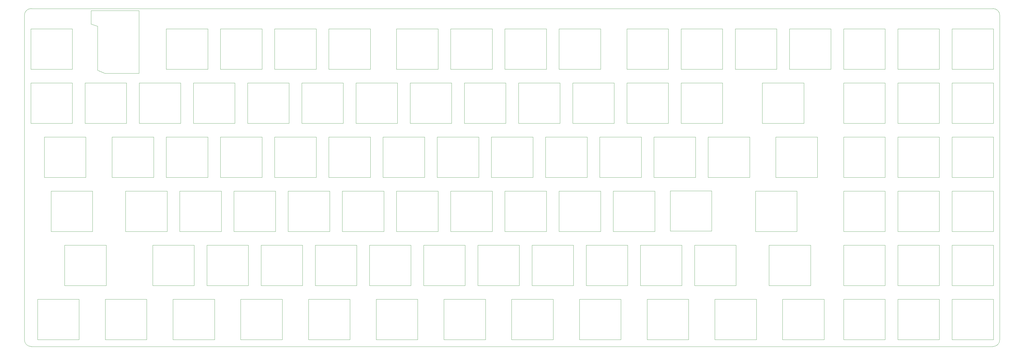
<source format=gbr>
%TF.GenerationSoftware,KiCad,Pcbnew,7.0.5*%
%TF.CreationDate,2023-06-08T14:54:28+02:00*%
%TF.ProjectId,verasity_PCB,76657261-7369-4747-995f-5043422e6b69,rev?*%
%TF.SameCoordinates,Original*%
%TF.FileFunction,Profile,NP*%
%FSLAX46Y46*%
G04 Gerber Fmt 4.6, Leading zero omitted, Abs format (unit mm)*
G04 Created by KiCad (PCBNEW 7.0.5) date 2023-06-08 14:54:28*
%MOMM*%
%LPD*%
G01*
G04 APERTURE LIST*
%TA.AperFunction,Profile*%
%ADD10C,0.010000*%
%TD*%
%TA.AperFunction,Profile*%
%ADD11C,0.050000*%
%TD*%
G04 APERTURE END LIST*
D10*
X328612500Y-9525000D02*
X-9525000Y-9525000D01*
X330993800Y107156250D02*
G75*
G03*
X328612500Y109537500I-2381300J-50D01*
G01*
X328612500Y-9524950D02*
G75*
G03*
X330993750Y-7143750I0J2381250D01*
G01*
X330993750Y107156250D02*
X330994000Y-7143750D01*
X-11906250Y-7143750D02*
X-11906250Y107156250D01*
X-9525000Y109537500D02*
X328612500Y109537500D01*
X-9525000Y109537500D02*
G75*
G03*
X-11906250Y107156250I0J-2381250D01*
G01*
X-11906250Y-7143750D02*
G75*
G03*
X-9525000Y-9525000I2381250J0D01*
G01*
%TO.C,U6*%
X76043485Y102349800D02*
X76043485Y88149800D01*
X76043485Y88149800D02*
X90643485Y88149800D01*
X90643485Y102349800D02*
X76043485Y102349800D01*
X90643485Y88149800D02*
X90643485Y102349800D01*
%TO.C,U24*%
X85568485Y83299800D02*
X85568485Y69099800D01*
X85568485Y69099800D02*
X100168485Y69099800D01*
X100168485Y83299800D02*
X85568485Y83299800D01*
X100168485Y69099800D02*
X100168485Y83299800D01*
%TO.C,U63*%
X195105985Y45199800D02*
X195105985Y30999800D01*
X195105985Y30999800D02*
X209705985Y30999800D01*
X209705985Y45199800D02*
X195105985Y45199800D01*
X209705985Y30999800D02*
X209705985Y45199800D01*
%TO.C,U79*%
X295118485Y26149800D02*
X295118485Y11949800D01*
X295118485Y11949800D02*
X309718485Y11949800D01*
X309718485Y26149800D02*
X295118485Y26149800D01*
X309718485Y11949800D02*
X309718485Y26149800D01*
%TO.C,U76*%
X204630985Y26149800D02*
X204630985Y11949800D01*
X204630985Y11949800D02*
X219230985Y11949800D01*
X219230985Y26149800D02*
X204630985Y26149800D01*
X219230985Y11949800D02*
X219230985Y26149800D01*
%TO.C,U82*%
X40324735Y7099800D02*
X40324735Y-7100200D01*
X40324735Y-7100200D02*
X54924735Y-7100200D01*
X54924735Y7099800D02*
X40324735Y7099800D01*
X54924735Y-7100200D02*
X54924735Y7099800D01*
%TO.C,U44*%
X152243485Y64249800D02*
X152243485Y50049800D01*
X152243485Y50049800D02*
X166843485Y50049800D01*
X166843485Y64249800D02*
X152243485Y64249800D01*
X166843485Y50049800D02*
X166843485Y64249800D01*
%TO.C,U90*%
X207012235Y7099800D02*
X207012235Y-7100200D01*
X207012235Y-7100200D02*
X221612235Y-7100200D01*
X221612235Y7099800D02*
X207012235Y7099800D01*
X221612235Y-7100200D02*
X221612235Y7099800D01*
%TO.C,U15*%
X257018485Y102349800D02*
X257018485Y88149800D01*
X257018485Y88149800D02*
X271618485Y88149800D01*
X271618485Y102349800D02*
X257018485Y102349800D01*
X271618485Y88149800D02*
X271618485Y102349800D01*
%TO.C,U19*%
X-9681515Y83299800D02*
X-9681515Y69099800D01*
X-9681515Y69099800D02*
X4918485Y69099800D01*
X4918485Y83299800D02*
X-9681515Y83299800D01*
X4918485Y69099800D02*
X4918485Y83299800D01*
%TO.C,U34*%
X295118485Y83299800D02*
X295118485Y69099800D01*
X295118485Y69099800D02*
X309718485Y69099800D01*
X309718485Y83299800D02*
X295118485Y83299800D01*
X309718485Y69099800D02*
X309718485Y83299800D01*
%TO.C,U65*%
X245112500Y45200000D02*
X245112500Y31000000D01*
X245112500Y31000000D02*
X259712500Y31000000D01*
X259712500Y45200000D02*
X245112500Y45200000D01*
X259712500Y31000000D02*
X259712500Y45200000D01*
%TO.C,U11*%
X176055985Y102349800D02*
X176055985Y88149800D01*
X176055985Y88149800D02*
X190655985Y88149800D01*
X190655985Y102349800D02*
X176055985Y102349800D01*
X190655985Y88149800D02*
X190655985Y102349800D01*
%TO.C,U91*%
X230824735Y7099800D02*
X230824735Y-7100200D01*
X230824735Y-7100200D02*
X245424735Y-7100200D01*
X245424735Y7099800D02*
X230824735Y7099800D01*
X245424735Y-7100200D02*
X245424735Y7099800D01*
%TO.C,U39*%
X56993485Y64249800D02*
X56993485Y50049800D01*
X56993485Y50049800D02*
X71593485Y50049800D01*
X71593485Y64249800D02*
X56993485Y64249800D01*
X71593485Y50049800D02*
X71593485Y64249800D01*
%TO.C,U92*%
X254637235Y7099800D02*
X254637235Y-7100200D01*
X254637235Y-7100200D02*
X269237235Y-7100200D01*
X269237235Y7099800D02*
X254637235Y7099800D01*
X269237235Y-7100200D02*
X269237235Y7099800D01*
%TO.C,U22*%
X47468485Y83299800D02*
X47468485Y69099800D01*
X47468485Y69099800D02*
X62068485Y69099800D01*
X62068485Y83299800D02*
X47468485Y83299800D01*
X62068485Y69099800D02*
X62068485Y83299800D01*
%TO.C,U55*%
X42705985Y45199800D02*
X42705985Y30999800D01*
X42705985Y30999800D02*
X57305985Y30999800D01*
X57305985Y45199800D02*
X42705985Y45199800D01*
X57305985Y30999800D02*
X57305985Y45199800D01*
%TO.C,U7*%
X95093485Y102349800D02*
X95093485Y88149800D01*
X95093485Y88149800D02*
X109693485Y88149800D01*
X109693485Y102349800D02*
X95093485Y102349800D01*
X109693485Y88149800D02*
X109693485Y102349800D01*
%TO.C,U31*%
X218918485Y83299800D02*
X218918485Y69099800D01*
X218918485Y69099800D02*
X233518485Y69099800D01*
X233518485Y83299800D02*
X218918485Y83299800D01*
X233518485Y69099800D02*
X233518485Y83299800D01*
%TO.C,U12*%
X199868485Y102349800D02*
X199868485Y88149800D01*
X199868485Y88149800D02*
X214468485Y88149800D01*
X214468485Y102349800D02*
X199868485Y102349800D01*
X214468485Y88149800D02*
X214468485Y102349800D01*
%TO.C,U33*%
X276068485Y83299800D02*
X276068485Y69099800D01*
X276068485Y69099800D02*
X290668485Y69099800D01*
X290668485Y83299800D02*
X276068485Y83299800D01*
X290668485Y69099800D02*
X290668485Y83299800D01*
%TO.C,U86*%
X135574735Y7099800D02*
X135574735Y-7100200D01*
X135574735Y-7100200D02*
X150174735Y-7100200D01*
X150174735Y7099800D02*
X135574735Y7099800D01*
X150174735Y-7100200D02*
X150174735Y7099800D01*
%TO.C,U48*%
X228443485Y64249800D02*
X228443485Y50049800D01*
X228443485Y50049800D02*
X243043485Y50049800D01*
X243043485Y64249800D02*
X228443485Y64249800D01*
X243043485Y50049800D02*
X243043485Y64249800D01*
%TO.C,U80*%
X-7300265Y7099800D02*
X-7300265Y-7100200D01*
X-7300265Y-7100200D02*
X7299735Y-7100200D01*
X7299735Y7099800D02*
X-7300265Y7099800D01*
X7299735Y-7100200D02*
X7299735Y7099800D01*
%TO.C,U98*%
X314168485Y26149800D02*
X314168485Y11949800D01*
X314168485Y11949800D02*
X328768485Y11949800D01*
X328768485Y26149800D02*
X314168485Y26149800D01*
X328768485Y11949800D02*
X328768485Y26149800D01*
%TO.C,U49*%
X252255985Y64249800D02*
X252255985Y50049800D01*
X252255985Y50049800D02*
X266855985Y50049800D01*
X266855985Y64249800D02*
X252255985Y64249800D01*
X266855985Y50049800D02*
X266855985Y64249800D01*
%TO.C,U69*%
X71280985Y26149800D02*
X71280985Y11949800D01*
X71280985Y11949800D02*
X85880985Y11949800D01*
X85880985Y26149800D02*
X71280985Y26149800D01*
X85880985Y11949800D02*
X85880985Y26149800D01*
%TO.C,U68*%
X52230985Y26149800D02*
X52230985Y11949800D01*
X52230985Y11949800D02*
X66830985Y11949800D01*
X66830985Y26149800D02*
X52230985Y26149800D01*
X66830985Y11949800D02*
X66830985Y26149800D01*
%TO.C,U26*%
X123668485Y83299800D02*
X123668485Y69099800D01*
X123668485Y69099800D02*
X138268485Y69099800D01*
X138268485Y83299800D02*
X123668485Y83299800D01*
X138268485Y69099800D02*
X138268485Y83299800D01*
%TO.C,U75*%
X185580985Y26149800D02*
X185580985Y11949800D01*
X185580985Y11949800D02*
X200180985Y11949800D01*
X200180985Y26149800D02*
X185580985Y26149800D01*
X200180985Y11949800D02*
X200180985Y26149800D01*
%TO.C,U61*%
X157005985Y45199800D02*
X157005985Y30999800D01*
X157005985Y30999800D02*
X171605985Y30999800D01*
X171605985Y45199800D02*
X157005985Y45199800D01*
X171605985Y30999800D02*
X171605985Y45199800D01*
%TO.C,U21*%
X28418485Y83299800D02*
X28418485Y69099800D01*
X28418485Y69099800D02*
X43018485Y69099800D01*
X43018485Y83299800D02*
X28418485Y83299800D01*
X43018485Y69099800D02*
X43018485Y83299800D01*
%TO.C,U50*%
X276068485Y64249800D02*
X276068485Y50049800D01*
X276068485Y50049800D02*
X290668485Y50049800D01*
X290668485Y64249800D02*
X276068485Y64249800D01*
X290668485Y50049800D02*
X290668485Y64249800D01*
%TO.C,U45*%
X171293485Y64249800D02*
X171293485Y50049800D01*
X171293485Y50049800D02*
X185893485Y50049800D01*
X185893485Y64249800D02*
X171293485Y64249800D01*
X185893485Y50049800D02*
X185893485Y64249800D01*
%TO.C,U41*%
X95093485Y64249800D02*
X95093485Y50049800D01*
X95093485Y50049800D02*
X109693485Y50049800D01*
X109693485Y64249800D02*
X95093485Y64249800D01*
X109693485Y50049800D02*
X109693485Y64249800D01*
%TO.C,U53*%
X-2537765Y45199800D02*
X-2537765Y30999800D01*
X-2537765Y30999800D02*
X12062235Y30999800D01*
X12062235Y45199800D02*
X-2537765Y45199800D01*
X12062235Y30999800D02*
X12062235Y45199800D01*
%TO.C,U27*%
X142718485Y83299800D02*
X142718485Y69099800D01*
X142718485Y69099800D02*
X157318485Y69099800D01*
X157318485Y83299800D02*
X142718485Y83299800D01*
X157318485Y69099800D02*
X157318485Y83299800D01*
%TO.C,U23*%
X66518485Y83299800D02*
X66518485Y69099800D01*
X66518485Y69099800D02*
X81118485Y69099800D01*
X81118485Y83299800D02*
X66518485Y83299800D01*
X81118485Y69099800D02*
X81118485Y83299800D01*
%TO.C,U35*%
X314168485Y83299800D02*
X314168485Y69099800D01*
X314168485Y69099800D02*
X328768485Y69099800D01*
X328768485Y83299800D02*
X314168485Y83299800D01*
X328768485Y69099800D02*
X328768485Y83299800D01*
%TO.C,U87*%
X159387235Y7099800D02*
X159387235Y-7100200D01*
X159387235Y-7100200D02*
X173987235Y-7100200D01*
X173987235Y7099800D02*
X159387235Y7099800D01*
X173987235Y-7100200D02*
X173987235Y7099800D01*
%TO.C,U4*%
X37943485Y102349800D02*
X37943485Y88149800D01*
X37943485Y88149800D02*
X52543485Y88149800D01*
X52543485Y102349800D02*
X37943485Y102349800D01*
X52543485Y88149800D02*
X52543485Y102349800D01*
%TO.C,U60*%
X137955985Y45199800D02*
X137955985Y30999800D01*
X137955985Y30999800D02*
X152555985Y30999800D01*
X152555985Y45199800D02*
X137955985Y45199800D01*
X152555985Y30999800D02*
X152555985Y45199800D01*
%TO.C,U16*%
X276068485Y102349800D02*
X276068485Y88149800D01*
X276068485Y88149800D02*
X290668485Y88149800D01*
X290668485Y102349800D02*
X276068485Y102349800D01*
X290668485Y88149800D02*
X290668485Y102349800D01*
%TO.C,U58*%
X99855985Y45199800D02*
X99855985Y30999800D01*
X99855985Y30999800D02*
X114455985Y30999800D01*
X114455985Y45199800D02*
X99855985Y45199800D01*
X114455985Y30999800D02*
X114455985Y45199800D01*
%TO.C,U46*%
X190343485Y64249800D02*
X190343485Y50049800D01*
X190343485Y50049800D02*
X204943485Y50049800D01*
X204943485Y64249800D02*
X190343485Y64249800D01*
X204943485Y50049800D02*
X204943485Y64249800D01*
%TO.C,U36*%
X-4919015Y64249800D02*
X-4919015Y50049800D01*
X-4919015Y50049800D02*
X9680985Y50049800D01*
X9680985Y64249800D02*
X-4919015Y64249800D01*
X9680985Y50049800D02*
X9680985Y64249800D01*
%TO.C,U94*%
X295118485Y7099800D02*
X295118485Y-7100200D01*
X295118485Y-7100200D02*
X309718485Y-7100200D01*
X309718485Y7099800D02*
X295118485Y7099800D01*
X309718485Y-7100200D02*
X309718485Y7099800D01*
%TO.C,U40*%
X76043485Y64249800D02*
X76043485Y50049800D01*
X76043485Y50049800D02*
X90643485Y50049800D01*
X90643485Y64249800D02*
X76043485Y64249800D01*
X90643485Y50049800D02*
X90643485Y64249800D01*
%TO.C,U3*%
X276068485Y45199800D02*
X276068485Y30999800D01*
X276068485Y30999800D02*
X290668485Y30999800D01*
X290668485Y45199800D02*
X276068485Y45199800D01*
X290668485Y30999800D02*
X290668485Y45199800D01*
%TO.C,U25*%
X104618485Y83299800D02*
X104618485Y69099800D01*
X104618485Y69099800D02*
X119218485Y69099800D01*
X119218485Y83299800D02*
X104618485Y83299800D01*
X119218485Y69099800D02*
X119218485Y83299800D01*
%TO.C,U43*%
X133193485Y64249800D02*
X133193485Y50049800D01*
X133193485Y50049800D02*
X147793485Y50049800D01*
X147793485Y64249800D02*
X133193485Y64249800D01*
X147793485Y50049800D02*
X147793485Y64249800D01*
%TO.C,U59*%
X118905985Y45199800D02*
X118905985Y30999800D01*
X118905985Y30999800D02*
X133505985Y30999800D01*
X133505985Y45199800D02*
X118905985Y45199800D01*
X133505985Y30999800D02*
X133505985Y45199800D01*
%TO.C,U57*%
X80805985Y45199800D02*
X80805985Y30999800D01*
X80805985Y30999800D02*
X95405985Y30999800D01*
X95405985Y45199800D02*
X80805985Y45199800D01*
X95405985Y30999800D02*
X95405985Y45199800D01*
%TO.C,U17*%
X295118485Y102349800D02*
X295118485Y88149800D01*
X295118485Y88149800D02*
X309718485Y88149800D01*
X309718485Y102349800D02*
X295118485Y102349800D01*
X309718485Y88149800D02*
X309718485Y102349800D01*
%TO.C,U83*%
X64137235Y7099800D02*
X64137235Y-7100200D01*
X64137235Y-7100200D02*
X78737235Y-7100200D01*
X78737235Y7099800D02*
X64137235Y7099800D01*
X78737235Y-7100200D02*
X78737235Y7099800D01*
%TO.C,U56*%
X61755985Y45199800D02*
X61755985Y30999800D01*
X61755985Y30999800D02*
X76355985Y30999800D01*
X76355985Y45199800D02*
X61755985Y45199800D01*
X76355985Y30999800D02*
X76355985Y45199800D01*
%TO.C,U20*%
X9368485Y83299800D02*
X9368485Y69099800D01*
X9368485Y69099800D02*
X23968485Y69099800D01*
X23968485Y83299800D02*
X9368485Y83299800D01*
X23968485Y69099800D02*
X23968485Y83299800D01*
%TO.C,U89*%
X183199735Y7099800D02*
X183199735Y-7100200D01*
X183199735Y-7100200D02*
X197799735Y-7100200D01*
X197799735Y7099800D02*
X183199735Y7099800D01*
X197799735Y-7100200D02*
X197799735Y7099800D01*
%TO.C,U30*%
X199868485Y83299800D02*
X199868485Y69099800D01*
X199868485Y69099800D02*
X214468485Y69099800D01*
X214468485Y83299800D02*
X199868485Y83299800D01*
X214468485Y69099800D02*
X214468485Y83299800D01*
%TO.C,U66*%
X2225000Y26150000D02*
X2225000Y11950000D01*
X2225000Y11950000D02*
X16825000Y11950000D01*
X16825000Y26150000D02*
X2225000Y26150000D01*
X16825000Y11950000D02*
X16825000Y26150000D01*
%TO.C,U85*%
X111762235Y7099800D02*
X111762235Y-7100200D01*
X111762235Y-7100200D02*
X126362235Y-7100200D01*
X126362235Y7099800D02*
X111762235Y7099800D01*
X126362235Y-7100200D02*
X126362235Y7099800D01*
%TO.C,U32*%
X247493750Y83300000D02*
X247493750Y69100000D01*
X247493750Y69100000D02*
X262093750Y69100000D01*
X262093750Y83300000D02*
X247493750Y83300000D01*
X262093750Y69100000D02*
X262093750Y83300000D01*
%TO.C,U67*%
X33180985Y26149800D02*
X33180985Y11949800D01*
X33180985Y11949800D02*
X47780985Y11949800D01*
X47780985Y26149800D02*
X33180985Y26149800D01*
X47780985Y11949800D02*
X47780985Y26149800D01*
%TO.C,U18*%
X314168485Y102349800D02*
X314168485Y88149800D01*
X314168485Y88149800D02*
X328768485Y88149800D01*
X328768485Y102349800D02*
X314168485Y102349800D01*
X328768485Y88149800D02*
X328768485Y102349800D01*
%TO.C,U84*%
X87949735Y7099800D02*
X87949735Y-7100200D01*
X87949735Y-7100200D02*
X102549735Y-7100200D01*
X102549735Y7099800D02*
X87949735Y7099800D01*
X102549735Y-7100200D02*
X102549735Y7099800D01*
%TO.C,U14*%
X237968485Y102349800D02*
X237968485Y88149800D01*
X237968485Y88149800D02*
X252568485Y88149800D01*
X252568485Y102349800D02*
X237968485Y102349800D01*
X252568485Y88149800D02*
X252568485Y102349800D01*
%TO.C,U81*%
X16512235Y7099800D02*
X16512235Y-7100200D01*
X16512235Y-7100200D02*
X31112235Y-7100200D01*
X31112235Y7099800D02*
X16512235Y7099800D01*
X31112235Y-7100200D02*
X31112235Y7099800D01*
%TO.C,U74*%
X166530985Y26149800D02*
X166530985Y11949800D01*
X166530985Y11949800D02*
X181130985Y11949800D01*
X181130985Y26149800D02*
X166530985Y26149800D01*
X181130985Y11949800D02*
X181130985Y26149800D01*
%TO.C,U88*%
X295118485Y45199800D02*
X295118485Y30999800D01*
X295118485Y30999800D02*
X309718485Y30999800D01*
X309718485Y45199800D02*
X295118485Y45199800D01*
X309718485Y30999800D02*
X309718485Y45199800D01*
%TO.C,U51*%
X295118485Y64249800D02*
X295118485Y50049800D01*
X295118485Y50049800D02*
X309718485Y50049800D01*
X309718485Y64249800D02*
X295118485Y64249800D01*
X309718485Y50049800D02*
X309718485Y64249800D01*
D11*
%TO.C,U99*%
X11539000Y108841000D02*
X11539000Y104091000D01*
X11539000Y108841000D02*
X28339000Y108841000D01*
X13839000Y103341000D02*
X11539000Y104091000D01*
X13839000Y87841000D02*
X13839000Y103341000D01*
X13839000Y87841000D02*
X16339000Y86741000D01*
X28339000Y108841000D02*
X28339000Y86741000D01*
X28339000Y86741000D02*
X16339000Y86741000D01*
D10*
%TO.C,U13*%
X218918485Y102349800D02*
X218918485Y88149800D01*
X218918485Y88149800D02*
X233518485Y88149800D01*
X233518485Y102349800D02*
X218918485Y102349800D01*
X233518485Y88149800D02*
X233518485Y102349800D01*
%TO.C,U28*%
X161768485Y83299800D02*
X161768485Y69099800D01*
X161768485Y69099800D02*
X176368485Y69099800D01*
X176368485Y83299800D02*
X161768485Y83299800D01*
X176368485Y69099800D02*
X176368485Y83299800D01*
%TO.C,U10*%
X157005985Y102349800D02*
X157005985Y88149800D01*
X157005985Y88149800D02*
X171605985Y88149800D01*
X171605985Y102349800D02*
X157005985Y102349800D01*
X171605985Y88149800D02*
X171605985Y102349800D01*
%TO.C,U96*%
X314168485Y45199800D02*
X314168485Y30999800D01*
X314168485Y30999800D02*
X328768485Y30999800D01*
X328768485Y45199800D02*
X314168485Y45199800D01*
X328768485Y30999800D02*
X328768485Y45199800D01*
%TO.C,U95*%
X314168485Y7099800D02*
X314168485Y-7100200D01*
X314168485Y-7100200D02*
X328768485Y-7100200D01*
X328768485Y7099800D02*
X314168485Y7099800D01*
X328768485Y-7100200D02*
X328768485Y7099800D01*
%TO.C,U2*%
X-9681515Y102349800D02*
X-9681515Y88149800D01*
X-9681515Y88149800D02*
X4918485Y88149800D01*
X4918485Y102349800D02*
X-9681515Y102349800D01*
X4918485Y88149800D02*
X4918485Y102349800D01*
%TO.C,U54*%
X23655985Y45199800D02*
X23655985Y30999800D01*
X23655985Y30999800D02*
X38255985Y30999800D01*
X38255985Y45199800D02*
X23655985Y45199800D01*
X38255985Y30999800D02*
X38255985Y45199800D01*
%TO.C,U70*%
X90330985Y26149800D02*
X90330985Y11949800D01*
X90330985Y11949800D02*
X104930985Y11949800D01*
X104930985Y26149800D02*
X90330985Y26149800D01*
X104930985Y11949800D02*
X104930985Y26149800D01*
%TO.C,U8*%
X118905985Y102349800D02*
X118905985Y88149800D01*
X118905985Y88149800D02*
X133505985Y88149800D01*
X133505985Y102349800D02*
X118905985Y102349800D01*
X133505985Y88149800D02*
X133505985Y102349800D01*
%TO.C,U29*%
X180818485Y83299800D02*
X180818485Y69099800D01*
X180818485Y69099800D02*
X195418485Y69099800D01*
X195418485Y83299800D02*
X180818485Y83299800D01*
X195418485Y69099800D02*
X195418485Y83299800D01*
%TO.C,U52*%
X314168485Y64249800D02*
X314168485Y50049800D01*
X314168485Y50049800D02*
X328768485Y50049800D01*
X328768485Y64249800D02*
X314168485Y64249800D01*
X328768485Y50049800D02*
X328768485Y64249800D01*
%TO.C,U5*%
X56993485Y102349800D02*
X56993485Y88149800D01*
X56993485Y88149800D02*
X71593485Y88149800D01*
X71593485Y102349800D02*
X56993485Y102349800D01*
X71593485Y88149800D02*
X71593485Y102349800D01*
%TO.C,U78*%
X249874735Y26149800D02*
X249874735Y11949800D01*
X249874735Y11949800D02*
X264474735Y11949800D01*
X264474735Y26149800D02*
X249874735Y26149800D01*
X264474735Y11949800D02*
X264474735Y26149800D01*
%TO.C,U37*%
X18893485Y64249800D02*
X18893485Y50049800D01*
X18893485Y50049800D02*
X33493485Y50049800D01*
X33493485Y64249800D02*
X18893485Y64249800D01*
X33493485Y50049800D02*
X33493485Y64249800D01*
%TO.C,U97*%
X276068485Y26149800D02*
X276068485Y11949800D01*
X276068485Y11949800D02*
X290668485Y11949800D01*
X290668485Y26149800D02*
X276068485Y26149800D01*
X290668485Y11949800D02*
X290668485Y26149800D01*
%TO.C,U77*%
X223680985Y26149800D02*
X223680985Y11949800D01*
X223680985Y11949800D02*
X238280985Y11949800D01*
X238280985Y26149800D02*
X223680985Y26149800D01*
X238280985Y11949800D02*
X238280985Y26149800D01*
%TO.C,U42*%
X114143485Y64249800D02*
X114143485Y50049800D01*
X114143485Y50049800D02*
X128743485Y50049800D01*
X128743485Y64249800D02*
X114143485Y64249800D01*
X128743485Y50049800D02*
X128743485Y64249800D01*
%TO.C,U71*%
X109380985Y26149800D02*
X109380985Y11949800D01*
X109380985Y11949800D02*
X123980985Y11949800D01*
X123980985Y26149800D02*
X109380985Y26149800D01*
X123980985Y11949800D02*
X123980985Y26149800D01*
%TO.C,U47*%
X209393485Y64249800D02*
X209393485Y50049800D01*
X209393485Y50049800D02*
X223993485Y50049800D01*
X223993485Y64249800D02*
X209393485Y64249800D01*
X223993485Y50049800D02*
X223993485Y64249800D01*
%TO.C,U64*%
X215108485Y45358550D02*
X215108485Y31158550D01*
X215108485Y31158550D02*
X229708485Y31158550D01*
X229708485Y45358550D02*
X215108485Y45358550D01*
X229708485Y31158550D02*
X229708485Y45358550D01*
%TO.C,U38*%
X37943485Y64249800D02*
X37943485Y50049800D01*
X37943485Y50049800D02*
X52543485Y50049800D01*
X52543485Y64249800D02*
X37943485Y64249800D01*
X52543485Y50049800D02*
X52543485Y64249800D01*
%TO.C,U72*%
X128430985Y26149800D02*
X128430985Y11949800D01*
X128430985Y11949800D02*
X143030985Y11949800D01*
X143030985Y26149800D02*
X128430985Y26149800D01*
X143030985Y11949800D02*
X143030985Y26149800D01*
%TO.C,U9*%
X137955985Y102349800D02*
X137955985Y88149800D01*
X137955985Y88149800D02*
X152555985Y88149800D01*
X152555985Y102349800D02*
X137955985Y102349800D01*
X152555985Y88149800D02*
X152555985Y102349800D01*
%TO.C,U62*%
X176055985Y45199800D02*
X176055985Y30999800D01*
X176055985Y30999800D02*
X190655985Y30999800D01*
X190655985Y45199800D02*
X176055985Y45199800D01*
X190655985Y30999800D02*
X190655985Y45199800D01*
%TO.C,U93*%
X276068485Y7099800D02*
X276068485Y-7100200D01*
X276068485Y-7100200D02*
X290668485Y-7100200D01*
X290668485Y7099800D02*
X276068485Y7099800D01*
X290668485Y-7100200D02*
X290668485Y7099800D01*
%TO.C,U73*%
X147480985Y26149800D02*
X147480985Y11949800D01*
X147480985Y11949800D02*
X162080985Y11949800D01*
X162080985Y26149800D02*
X147480985Y26149800D01*
X162080985Y11949800D02*
X162080985Y26149800D01*
%TD*%
M02*

</source>
